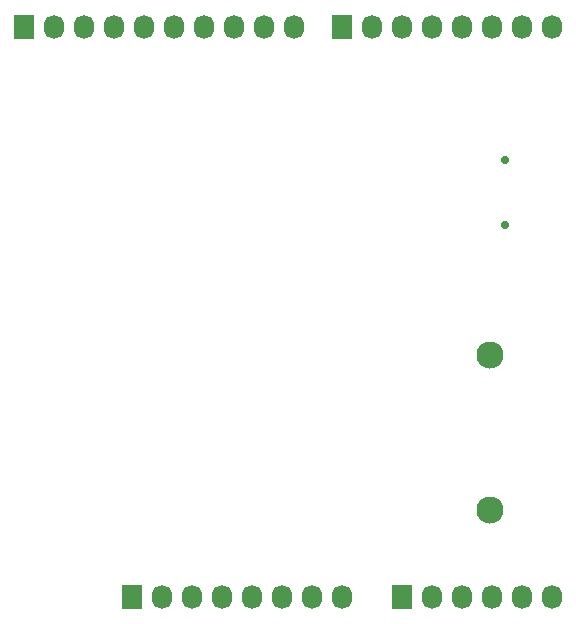
<source format=gbs>
G04 #@! TF.FileFunction,Soldermask,Bot*
%FSLAX45Y45*%
G04 Gerber Fmt 4.5, Leading zero omitted, Abs format (unit mm)*
G04 Created by KiCad (PCBNEW (2015-06-14 BZR 5747, Git dc9ebf3)-product) date 6/25/2015 00:27:05*
%MOMM*%
G01*
G04 APERTURE LIST*
%ADD10C,0.254000*%
%ADD11R,1.727200X2.032000*%
%ADD12O,1.727200X2.032000*%
%ADD13C,0.700000*%
%ADD14C,2.300000*%
G04 APERTURE END LIST*
D10*
D11*
X9144000Y-11430000D03*
D12*
X9398000Y-11430000D03*
X9652000Y-11430000D03*
X9906000Y-11430000D03*
X10160000Y-11430000D03*
X10414000Y-11430000D03*
D13*
X10020300Y-7726000D03*
X10020300Y-8276000D03*
D11*
X5943600Y-6604000D03*
D12*
X6197600Y-6604000D03*
X6451600Y-6604000D03*
X6705600Y-6604000D03*
X6959600Y-6604000D03*
X7213600Y-6604000D03*
X7467600Y-6604000D03*
X7721600Y-6604000D03*
X7975600Y-6604000D03*
X8229600Y-6604000D03*
D11*
X6858000Y-11430000D03*
D12*
X7112000Y-11430000D03*
X7366000Y-11430000D03*
X7620000Y-11430000D03*
X7874000Y-11430000D03*
X8128000Y-11430000D03*
X8382000Y-11430000D03*
X8636000Y-11430000D03*
D11*
X8636000Y-6604000D03*
D12*
X8890000Y-6604000D03*
X9144000Y-6604000D03*
X9398000Y-6604000D03*
X9652000Y-6604000D03*
X9906000Y-6604000D03*
X10160000Y-6604000D03*
X10414000Y-6604000D03*
D14*
X9890760Y-10690000D03*
X9890760Y-9376000D03*
M02*

</source>
